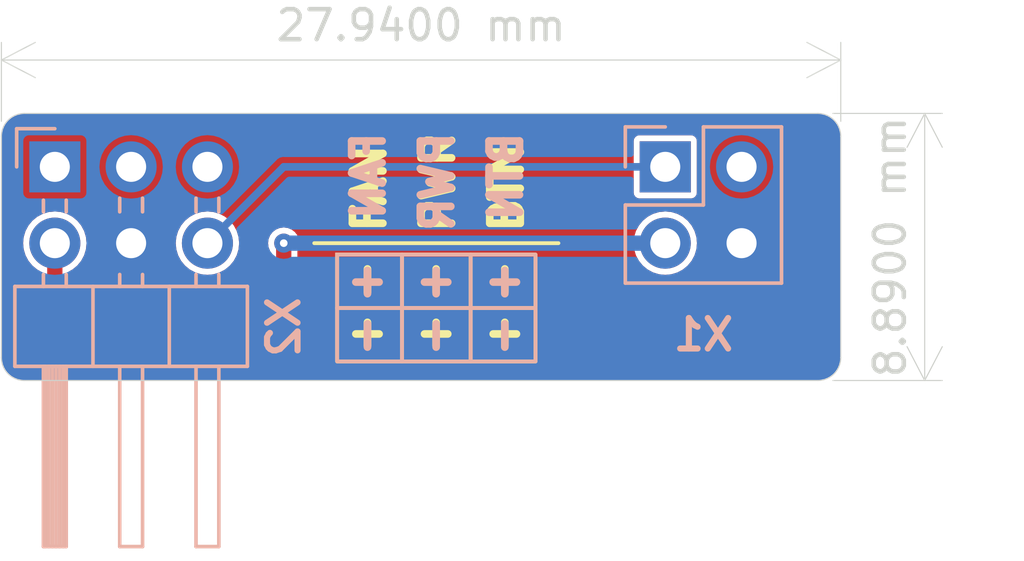
<source format=kicad_pcb>
(kicad_pcb (version 20221018) (generator pcbnew)
  (layers (0 "F.Cu" signal "Front") (31 "B.Cu" signal "Back") (34 "B.Paste" user) (35 "F.Paste" user) (36 "B.SilkS" user "B.Silkscreen") (37 "F.SilkS" user "F.Silkscreen") (38 "B.Mask" user) (39 "F.Mask" user) (44 "Edge.Cuts" user))
  (net 0 "")
  (net 1 "GND")
  (net 2 "FAN")
  (net 3 "+12V")
  (net 4 "BTN")
  (footprint "Connector_PinSocket_2.54mm:PinSocket_2x02_P2.54mm_Vertical" (layer "B.Cu") (at 99.06 88.9 180)
    (fp_text reference "X1" (at -1.27 -5.588) (layer "B.SilkS") (effects (font (size 1.016 1.016) (thickness 0.2032)) (justify mirror)))
    (fp_text value "Conn_02x02_Odd_Even")
    (fp_line (start -3.87 -3.87) (end 1.33 -3.87) (stroke (width 0.12)) (layer "B.SilkS"))
    (fp_line (start -3.87 1.33) (end -3.87 -3.87) (stroke (width 0.12)) (layer "B.SilkS"))
    (fp_line (start -3.87 1.33) (end -1.27 1.33) (stroke (width 0.12)) (layer "B.SilkS"))
    (fp_line (start -1.27 -1.27) (end 1.33 -1.27) (stroke (width 0.12)) (layer "B.SilkS"))
    (fp_line (start -1.27 1.33) (end -1.27 -1.27) (stroke (width 0.12)) (layer "B.SilkS"))
    (fp_line (start 0 1.33) (end 1.33 1.33) (stroke (width 0.12)) (layer "B.SilkS"))
    (fp_line (start 1.33 -1.27) (end 1.33 -3.87) (stroke (width 0.12)) (layer "B.SilkS"))
    (fp_line (start 1.33 1.33) (end 1.33 0) (stroke (width 0.12)) (layer "B.SilkS"))
    (pad "1" thru_hole rect (at 0 0 180) (size 1.7 1.7) (drill 1) (layers "*.Cu" "*.Mask") (net 4 "BTN"))
    (pad "2" thru_hole oval (at -2.54 0 180) (size 1.7 1.7) (drill 1) (layers "*.Cu" "*.Mask") (net 3 "+12V"))
    (pad "3" thru_hole oval (at 0 -2.54 180) (size 1.7 1.7) (drill 1) (layers "*.Cu" "*.Mask") (net 2 "FAN"))
    (pad "4" thru_hole oval (at -2.54 -2.54 180) (size 1.7 1.7) (drill 1) (layers "*.Cu" "*.Mask") (net 1 "GND"))
  )
  (footprint "Connector_PinHeader_2.54mm:PinHeader_2x03_P2.54mm_Horizontal" (layer "B.Cu") (at 78.74 88.9 -90)
    (fp_text reference "X2" (at 5.334 -7.62 90) (layer "B.SilkS") (effects (font (size 1.016 1.016) (thickness 0.2032) bold) (justify mirror)))
    (fp_text value "Conn_02x03_Odd_Even")
    (fp_line (start -1.27 0) (end -1.27 1.27) (stroke (width 0.12)) (layer "B.SilkS"))
    (fp_line (start -1.27 1.27) (end 0 1.27) (stroke (width 0.12)) (layer "B.SilkS"))
    (fp_line (start 1.042929 -5.46) (end 1.497071 -5.46) (stroke (width 0.12)) (layer "B.SilkS"))
    (fp_line (start 1.042929 -4.7) (end 1.497071 -4.7) (stroke (width 0.12)) (layer "B.SilkS"))
    (fp_line (start 1.042929 -2.92) (end 1.497071 -2.92) (stroke (width 0.12)) (layer "B.SilkS"))
    (fp_line (start 1.042929 -2.16) (end 1.497071 -2.16) (stroke (width 0.12)) (layer "B.SilkS"))
    (fp_line (start 1.11 -0.38) (end 1.497071 -0.38) (stroke (width 0.12)) (layer "B.SilkS"))
    (fp_line (start 1.11 0.38) (end 1.497071 0.38) (stroke (width 0.12)) (layer "B.SilkS"))
    (fp_line (start 3.582929 -5.46) (end 3.98 -5.46) (stroke (width 0.12)) (layer "B.SilkS"))
    (fp_line (start 3.582929 -4.7) (end 3.98 -4.7) (stroke (width 0.12)) (layer "B.SilkS"))
    (fp_line (start 3.582929 -2.92) (end 3.98 -2.92) (stroke (width 0.12)) (layer "B.SilkS"))
    (fp_line (start 3.582929 -2.16) (end 3.98 -2.16) (stroke (width 0.12)) (layer "B.SilkS"))
    (fp_line (start 3.582929 -0.38) (end 3.98 -0.38) (stroke (width 0.12)) (layer "B.SilkS"))
    (fp_line (start 3.582929 0.38) (end 3.98 0.38) (stroke (width 0.12)) (layer "B.SilkS"))
    (fp_line (start 3.98 -6.41) (end 6.64 -6.41) (stroke (width 0.12)) (layer "B.SilkS"))
    (fp_line (start 3.98 -3.81) (end 6.64 -3.81) (stroke (width 0.12)) (layer "B.SilkS"))
    (fp_line (start 3.98 -1.27) (end 6.64 -1.27) (stroke (width 0.12)) (layer "B.SilkS"))
    (fp_line (start 3.98 1.33) (end 3.98 -6.41) (stroke (width 0.12)) (layer "B.SilkS"))
    (fp_line (start 6.64 -6.41) (end 6.64 1.33) (stroke (width 0.12)) (layer "B.SilkS"))
    (fp_line (start 6.64 -4.7) (end 12.64 -4.7) (stroke (width 0.12)) (layer "B.SilkS"))
    (fp_line (start 6.64 -2.16) (end 12.64 -2.16) (stroke (width 0.12)) (layer "B.SilkS"))
    (fp_line (start 6.64 -0.28) (end 12.64 -0.28) (stroke (width 0.12)) (layer "B.SilkS"))
    (fp_line (start 6.64 -0.16) (end 12.64 -0.16) (stroke (width 0.12)) (layer "B.SilkS"))
    (fp_line (start 6.64 -0.04) (end 12.64 -0.04) (stroke (width 0.12)) (layer "B.SilkS"))
    (fp_line (start 6.64 0.08) (end 12.64 0.08) (stroke (width 0.12)) (layer "B.SilkS"))
    (fp_line (start 6.64 0.2) (end 12.64 0.2) (stroke (width 0.12)) (layer "B.SilkS"))
    (fp_line (start 6.64 0.32) (end 12.64 0.32) (stroke (width 0.12)) (layer "B.SilkS"))
    (fp_line (start 6.64 0.38) (end 12.64 0.38) (stroke (width 0.12)) (layer "B.SilkS"))
    (fp_line (start 6.64 1.33) (end 3.98 1.33) (stroke (width 0.12)) (layer "B.SilkS"))
    (fp_line (start 12.64 -5.46) (end 6.64 -5.46) (stroke (width 0.12)) (layer "B.SilkS"))
    (fp_line (start 12.64 -4.7) (end 12.64 -5.46) (stroke (width 0.12)) (layer "B.SilkS"))
    (fp_line (start 12.64 -2.92) (end 6.64 -2.92) (stroke (width 0.12)) (layer "B.SilkS"))
    (fp_line (start 12.64 -2.16) (end 12.64 -2.92) (stroke (width 0.12)) (layer "B.SilkS"))
    (fp_line (start 12.64 -0.38) (end 6.64 -0.38) (stroke (width 0.12)) (layer "B.SilkS"))
    (fp_line (start 12.64 0.38) (end 12.64 -0.38) (stroke (width 0.12)) (layer "B.SilkS"))
    (pad "1" thru_hole rect (at 0 0 270) (size 1.7 1.7) (drill 1) (layers "*.Cu" "*.Mask") (net 3 "+12V"))
    (pad "2" thru_hole oval (at 2.54 0 270) (size 1.7 1.7) (drill 1) (layers "*.Cu" "*.Mask") (net 2 "FAN"))
    (pad "3" thru_hole oval (at 0 -2.54 270) (size 1.7 1.7) (drill 1) (layers "*.Cu" "*.Mask") (net 3 "+12V"))
    (pad "4" thru_hole oval (at 2.54 -2.54 270) (size 1.7 1.7) (drill 1) (layers "*.Cu" "*.Mask") (net 1 "GND"))
    (pad "5" thru_hole oval (at 0 -5.08 270) (size 1.7 1.7) (drill 1) (layers "*.Cu" "*.Mask") (net 3 "+12V"))
    (pad "6" thru_hole oval (at 2.54 -5.08 270) (size 1.7 1.7) (drill 1) (layers "*.Cu" "*.Mask") (net 4 "BTN"))
  )
  (gr_line (start 90.297 91.821) (end 90.297 95.377) (stroke (width 0.127)) (layer "B.SilkS"))
  (gr_rect (start 88.138 91.821) (end 94.742 95.377) (stroke (width 0.127)) (fill none) (layer "B.SilkS"))
  (gr_line (start 94.742 93.599) (end 88.138 93.599) (stroke (width 0.127)) (layer "B.SilkS"))
  (gr_line (start 92.583 91.821) (end 92.583 95.377) (stroke (width 0.127)) (layer "B.SilkS"))
  (gr_rect (start 88.138 91.821) (end 94.742 95.377) (stroke (width 0.127)) (fill none) (layer "F.SilkS"))
  (gr_line (start 92.583 91.821) (end 92.583 95.377) (stroke (width 0.127)) (layer "F.SilkS"))
  (gr_line (start 90.297 91.821) (end 90.297 95.377) (stroke (width 0.127)) (layer "F.SilkS"))
  (gr_line (start 88.138 93.599) (end 94.742 93.599) (stroke (width 0.127)) (layer "F.SilkS"))
  (gr_line (start 87.376 91.44) (end 95.504 91.44) (stroke (width 0.127)) (layer "F.SilkS"))
  (gr_arc (start 104.14 87.122) (mid 104.678815 87.345185) (end 104.902 87.884) (stroke (width 0.0381)) (layer "Edge.Cuts"))
  (gr_arc (start 76.962 87.884) (mid 77.185185 87.345185) (end 77.724 87.122) (stroke (width 0.0381)) (layer "Edge.Cuts"))
  (gr_line (start 104.902 87.884) (end 104.902 95.25) (stroke (width 0.0381)) (layer "Edge.Cuts"))
  (gr_arc (start 104.902 95.25) (mid 104.678815 95.788815) (end 104.14 96.012) (stroke (width 0.0381)) (layer "Edge.Cuts"))
  (gr_arc (start 77.724 96.012) (mid 77.185185 95.788815) (end 76.962 95.25) (stroke (width 0.0381)) (layer "Edge.Cuts"))
  (gr_line (start 104.14 96.012) (end 77.724 96.012) (stroke (width 0.0381)) (layer "Edge.Cuts"))
  (gr_line (start 77.724 87.122) (end 104.14 87.122) (stroke (width 0.0381)) (layer "Edge.Cuts"))
  (gr_line (start 76.962 95.25) (end 76.962 87.884) (stroke (width 0.0381)) (layer "Edge.Cuts"))
  (gr_text "+" (at 91.3638 92.7354 90) (layer "B.SilkS") (effects (font (size 1.016 1.016) (thickness 0.254) bold) (justify mirror)))
  (gr_text "BTN\n" (at 93.7514 87.63 90) (layer "B.SilkS") (effects (font (size 1.016 1.016) (thickness 0.254) bold) (justify left mirror)))
  (gr_text "-" (at 91.3638 94.5134 90) (layer "B.SilkS") (effects (font (size 1.016 1.016) (thickness 0.254) bold) (justify mirror)))
  (gr_text "-" (at 89.0778 94.5134 90) (layer "B.SilkS") (effects (font (size 1.016 1.016) (thickness 0.254) bold) (justify mirror)))
  (gr_text "+" (at 93.6498 92.7354 90) (layer "B.SilkS") (effects (font (size 1.016 1.016) (thickness 0.254) bold) (justify mirror)))
  (gr_text "PWR" (at 91.4654 87.63 90) (layer "B.SilkS") (effects (font (size 1.016 1.016) (thickness 0.254) bold) (justify left mirror)))
  (gr_text "-" (at 93.6498 94.5134 90) (layer "B.SilkS") (effects (font (size 1.016 1.016) (thickness 0.254) bold) (justify mirror)))
  (gr_text "FAN\n" (at 89.1794 87.63 90) (layer "B.SilkS") (effects (font (size 1.016 1.016) (thickness 0.254) bold) (justify left mirror)))
  (gr_text "+" (at 89.0778 92.7354 90) (layer "B.SilkS") (effects (font (size 1.016 1.016) (thickness 0.254) bold) (justify mirror)))
  (gr_text "-" (at 93.6498 92.6846 90) (layer "F.SilkS") (effects (font (size 1.016 1.016) (thickness 0.254) bold)))
  (gr_text "+" (at 93.6498 94.4626 90) (layer "F.SilkS") (effects (font (size 1.016 1.016) (thickness 0.254) bold)))
  (gr_text "-" (at 89.0778 92.6846 90) (layer "F.SilkS") (effects (font (size 1.016 1.016) (thickness 0.254) bold)))
  (gr_text "FAN\n" (at 89.2048 91.186 90) (layer "F.SilkS") (effects (font (size 1.016 1.016) (thickness 0.254) bold) (justify left)))
  (gr_text "+" (at 91.3638 94.4626 90) (layer "F.SilkS") (effects (font (size 1.016 1.016) (thickness 0.254) bold)))
  (gr_text "-" (at 91.3638 92.6846 90) (layer "F.SilkS") (effects (font (size 1.016 1.016) (thickness 0.254) bold)))
  (gr_text "+" (at 89.0778 94.4626 90) (layer "F.SilkS") (effects (font (size 1.016 1.016) (thickness 0.254) bold)))
  (gr_text "PWR" (at 91.4908 91.186 90) (layer "F.SilkS") (effects (font (size 1.016 1.016) (thickness 0.254) bold) (justify left)))
  (gr_text "BTN\n" (at 93.7768 91.186 90) (layer "F.SilkS") (effects (font (size 1.016 1.016) (thickness 0.254) bold) (justify left)))
  (dimension (type aligned) (layer "Edge.Cuts") (pts (xy 104.14 87.122) (xy 104.14 96.012)) (height -3.556) (gr_text "350,0000 mils" (at 106.546 91.567 90) (layer "Edge.Cuts") (effects (font (size 1 1) (thickness 0.15)))) (format (prefix "") (suffix "") (units 3) (units_format 1) (precision 4)) (style (thickness 0.0381) (arrow_length 1.27) (text_position_mode 0) (extension_height 0.58642) (extension_offset 0.5) keep_text_aligned))
  (dimension (type aligned) (layer "Edge.Cuts") (pts (xy 76.962 87.884) (xy 104.902 87.884)) (height -2.54) (gr_text "1100,0000 mils" (at 90.932 84.194) (layer "Edge.Cuts") (effects (font (size 1 1) (thickness 0.15)))) (format (prefix "") (suffix "") (units 3) (units_format 1) (precision 4)) (style (thickness 0.0381) (arrow_length 1.27) (text_position_mode 0) (extension_height 0.58642) (extension_offset 0.5) keep_text_aligned))
  (segment (start 86.36 92.71) (end 86.36 91.44) (width 0.508) (layer "F.Cu") (net 2))
  (segment (start 85.979 93.345) (end 86.36 92.964) (width 0.508) (layer "F.Cu") (net 2))
  (segment (start 79.121 93.345) (end 85.725 93.345) (width 0.508) (layer "F.Cu") (net 2))
  (segment (start 78.74 92.964) (end 79.121 93.345) (width 0.508) (layer "F.Cu") (net 2))
  (segment (start 78.74 91.44) (end 78.74 92.964) (width 0.508) (layer "F.Cu") (net 2))
  (via (at 86.36 91.44) (size 0.635) (drill 0.254) (layers "F.Cu" "B.Cu") (net 2))
  (segment (start 86.36 91.44) (end 99.06 91.44) (width 0.508) (layer "B.Cu") (net 2))
  (segment (start 99.06 88.9) (end 86.36 88.9) (width 0.254) (layer "B.Cu") (net 4))
  (segment (start 86.36 88.9) (end 83.82 91.44) (width 0.254) (layer "B.Cu") (net 4))
  (zone (net 3) (net_name "+12V") (layer "F.Cu") (name "GND") (connect_pads yes (clearance 0.2)) (min_thickness 0.2) (fill yes (thermal_gap 0.22) (thermal_bridge_width 0.4))
    (polygon (pts (xy 104.902 96.012) (xy 76.962 96.012) (xy 76.962 87.122) (xy 104.902 87.122)))
  )
  (zone (net 1) (net_name "GND") (layer "B.Cu") (name "GND") (connect_pads yes (clearance 0.2)) (min_thickness 0.2) (fill yes (thermal_gap 0.22) (thermal_bridge_width 0.4))
    (polygon (pts (xy 104.902 96.012) (xy 76.962 96.012) (xy 76.962 87.122) (xy 104.902 87.122)))
  )
)
</source>
